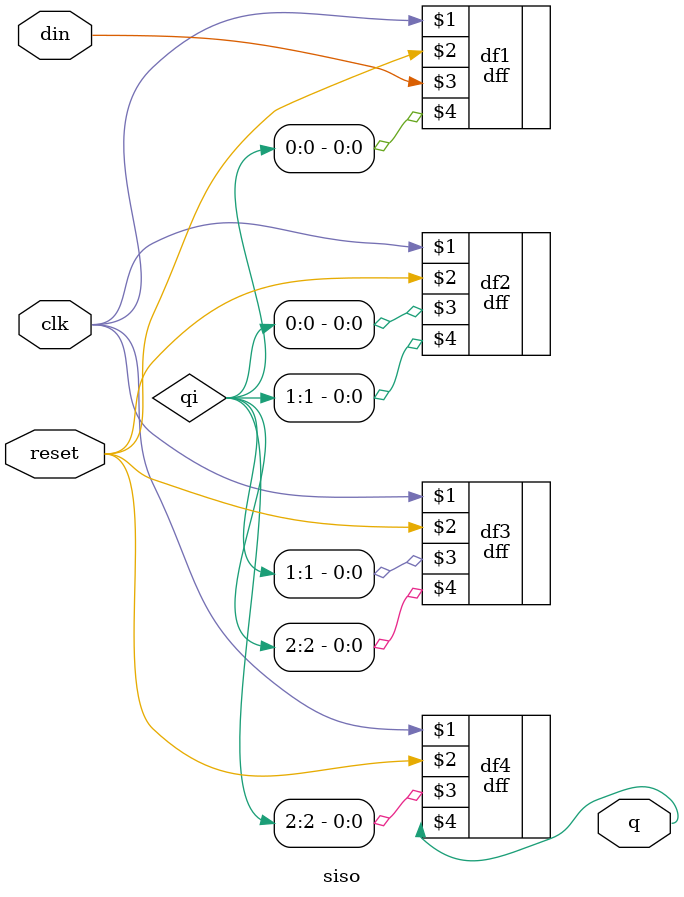
<source format=v>
`timescale 1ns / 1ps

//MSB enter first
module siso(
    input clk,
    input reset,
    input din,
    output q
    );
    wire [2:0] qi;
    
    
    dff df1(clk , reset , din , qi[0]);
    dff df2(clk , reset , qi[0] , qi[1]);
    dff df3(clk , reset , qi[1] , qi[2]);
    dff df4(clk , reset , qi[2] , q);
    
endmodule

</source>
